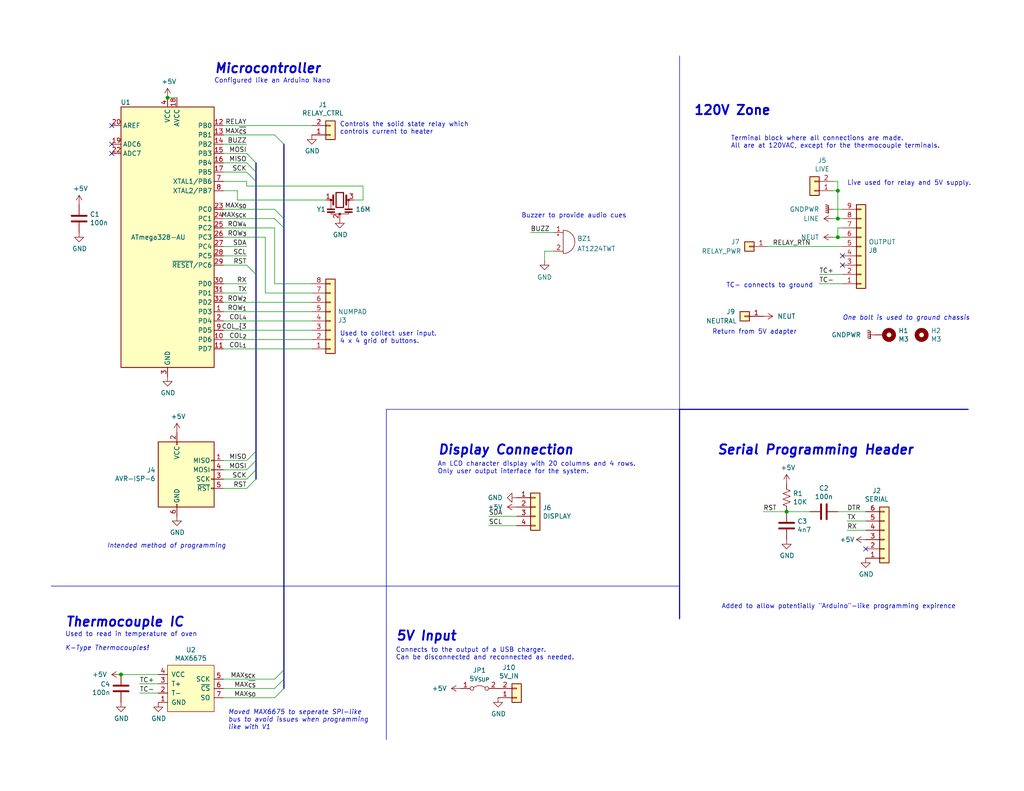
<source format=kicad_sch>
(kicad_sch (version 20230121) (generator eeschema)
  (paper "USLetter")
  (title_block (title "Oven") (date "2022-03-16") (rev "2") (company "HPVDT") (comment 1 "Uses a K-Type thermocouple") (comment 3 "Intended to control a heater to achieve a two step curing process") (comment 4 "General purpose oven board"))
  (lib_symbols
    (symbol "Connector:AVR-ISP-6" (pin_names (offset 1.016))
      (property "Reference" "J" (at -6.35 11.43 0))
      (property "Value" "AVR-ISP-6" (at 0 11.43 0))
      (symbol "AVR-ISP-6_0_1"
        (rectangle (start -2.667 -6.858) (end -2.413 -7.62))
        (rectangle (start -2.667 10.16) (end -2.413 9.398))
        (rectangle (start 7.62 -2.413) (end 6.858 -2.667))
        (rectangle (start 7.62 0.127) (end 6.858 -0.127))
        (rectangle (start 7.62 2.667) (end 6.858 2.413))
        (rectangle (start 7.62 5.207) (end 6.858 4.953))
        (rectangle (start 7.62 10.16) (end -7.62 -7.62) (stroke (width 0.254)) (fill (type background)))
      )
      (symbol "AVR-ISP-6_1_1"
        (pin passive line (at 10.16 5.08 180) (length 2.54) (name "MISO") (number "1"))
        (pin passive line (at -2.54 12.7 270) (length 2.54) (name "VCC") (number "2"))
        (pin passive line (at 10.16 0 180) (length 2.54) (name "SCK") (number "3"))
        (pin passive line (at 10.16 2.54 180) (length 2.54) (name "MOSI") (number "4"))
        (pin passive line (at 10.16 -2.54 180) (length 2.54) (name "~{RST}") (number "5"))
        (pin passive line (at -2.54 -10.16 90) (length 2.54) (name "GND") (number "6"))
      )
    )
    (symbol "Connector_Generic:Conn_01x01" (pin_names (offset 1.016) hide)
      (property "Reference" "J" (at 0 2.54 0))
      (property "Value" "Conn_01x01" (at 0 -2.54 0))
      (symbol "Conn_01x01_1_1"
        (rectangle (start -1.27 0.127) (end 0 -0.127) (stroke (width 0.1524)))
        (rectangle (start -1.27 1.27) (end 1.27 -1.27) (stroke (width 0.254)) (fill (type background)))
        (pin passive line (at -5.08 0 0) (length 3.81) (name "Pin_1") (number "1"))
      )
    )
    (symbol "Connector_Generic:Conn_01x02" (pin_names (offset 1.016) hide)
      (property "Reference" "J" (at 0 2.54 0))
      (property "Value" "Conn_01x02" (at 0 -5.08 0))
      (symbol "Conn_01x02_1_1"
        (rectangle (start -1.27 -2.413) (end 0 -2.667) (stroke (width 0.1524)))
        (rectangle (start -1.27 0.127) (end 0 -0.127) (stroke (width 0.1524)))
        (rectangle (start -1.27 1.27) (end 1.27 -3.81) (stroke (width 0.254)) (fill (type background)))
        (pin passive line (at -5.08 0 0) (length 3.81) (name "Pin_1") (number "1"))
        (pin passive line (at -5.08 -2.54 0) (length 3.81) (name "Pin_2") (number "2"))
      )
    )
    (symbol "Connector_Generic:Conn_01x04" (pin_names (offset 1.016) hide)
      (property "Reference" "J" (at 0 5.08 0))
      (property "Value" "Conn_01x04" (at 0 -7.62 0))
      (symbol "Conn_01x04_1_1"
        (rectangle (start -1.27 -4.953) (end 0 -5.207) (stroke (width 0.1524)))
        (rectangle (start -1.27 -2.413) (end 0 -2.667) (stroke (width 0.1524)))
        (rectangle (start -1.27 0.127) (end 0 -0.127) (stroke (width 0.1524)))
        (rectangle (start -1.27 2.667) (end 0 2.413) (stroke (width 0.1524)))
        (rectangle (start -1.27 3.81) (end 1.27 -6.35) (stroke (width 0.254)) (fill (type background)))
        (pin passive line (at -5.08 2.54 0) (length 3.81) (name "Pin_1") (number "1"))
        (pin passive line (at -5.08 0 0) (length 3.81) (name "Pin_2") (number "2"))
        (pin passive line (at -5.08 -2.54 0) (length 3.81) (name "Pin_3") (number "3"))
        (pin passive line (at -5.08 -5.08 0) (length 3.81) (name "Pin_4") (number "4"))
      )
    )
    (symbol "Connector_Generic:Conn_01x06" (pin_names (offset 1.016) hide)
      (property "Reference" "J" (at 0 7.62 0))
      (property "Value" "Conn_01x06" (at 0 -10.16 0))
      (symbol "Conn_01x06_1_1"
        (rectangle (start -1.27 -7.493) (end 0 -7.747) (stroke (width 0.1524)))
        (rectangle (start -1.27 -4.953) (end 0 -5.207) (stroke (width 0.1524)))
        (rectangle (start -1.27 -2.413) (end 0 -2.667) (stroke (width 0.1524)))
        (rectangle (start -1.27 0.127) (end 0 -0.127) (stroke (width 0.1524)))
        (rectangle (start -1.27 2.667) (end 0 2.413) (stroke (width 0.1524)))
        (rectangle (start -1.27 5.207) (end 0 4.953) (stroke (width 0.1524)))
        (rectangle (start -1.27 6.35) (end 1.27 -8.89) (stroke (width 0.254)) (fill (type background)))
        (pin passive line (at -5.08 5.08 0) (length 3.81) (name "Pin_1") (number "1"))
        (pin passive line (at -5.08 2.54 0) (length 3.81) (name "Pin_2") (number "2"))
        (pin passive line (at -5.08 0 0) (length 3.81) (name "Pin_3") (number "3"))
        (pin passive line (at -5.08 -2.54 0) (length 3.81) (name "Pin_4") (number "4"))
        (pin passive line (at -5.08 -5.08 0) (length 3.81) (name "Pin_5") (number "5"))
        (pin passive line (at -5.08 -7.62 0) (length 3.81) (name "Pin_6") (number "6"))
      )
    )
    (symbol "Connector_Generic:Conn_01x08" (pin_names (offset 1.016) hide)
      (property "Reference" "J" (at 0 10.16 0))
      (property "Value" "Conn_01x08" (at 0 -12.7 0))
      (symbol "Conn_01x08_1_1"
        (rectangle (start -1.27 -10.033) (end 0 -10.287) (stroke (width 0.1524)))
        (rectangle (start -1.27 -7.493) (end 0 -7.747) (stroke (width 0.1524)))
        (rectangle (start -1.27 -4.953) (end 0 -5.207) (stroke (width 0.1524)))
        (rectangle (start -1.27 -2.413) (end 0 -2.667) (stroke (width 0.1524)))
        (rectangle (start -1.27 0.127) (end 0 -0.127) (stroke (width 0.1524)))
        (rectangle (start -1.27 2.667) (end 0 2.413) (stroke (width 0.1524)))
        (rectangle (start -1.27 5.207) (end 0 4.953) (stroke (width 0.1524)))
        (rectangle (start -1.27 7.747) (end 0 7.493) (stroke (width 0.1524)))
        (rectangle (start -1.27 8.89) (end 1.27 -11.43) (stroke (width 0.254)) (fill (type background)))
        (pin passive line (at -5.08 7.62 0) (length 3.81) (name "Pin_1") (number "1"))
        (pin passive line (at -5.08 5.08 0) (length 3.81) (name "Pin_2") (number "2"))
        (pin passive line (at -5.08 2.54 0) (length 3.81) (name "Pin_3") (number "3"))
        (pin passive line (at -5.08 0 0) (length 3.81) (name "Pin_4") (number "4"))
        (pin passive line (at -5.08 -2.54 0) (length 3.81) (name "Pin_5") (number "5"))
        (pin passive line (at -5.08 -5.08 0) (length 3.81) (name "Pin_6") (number "6"))
        (pin passive line (at -5.08 -7.62 0) (length 3.81) (name "Pin_7") (number "7"))
        (pin passive line (at -5.08 -10.16 0) (length 3.81) (name "Pin_8") (number "8"))
      )
    )
    (symbol "Connector_Generic:Conn_01x09" (pin_names (offset 1.016) hide)
      (property "Reference" "J" (at 0 12.7 0))
      (property "Value" "Conn_01x09" (at 0 -12.7 0))
      (symbol "Conn_01x09_1_1"
        (rectangle (start -1.27 -10.033) (end 0 -10.287) (stroke (width 0.1524)))
        (rectangle (start -1.27 -7.493) (end 0 -7.747) (stroke (width 0.1524)))
        (rectangle (start -1.27 -4.953) (end 0 -5.207) (stroke (width 0.1524)))
        (rectangle (start -1.27 -2.413) (end 0 -2.667) (stroke (width 0.1524)))
        (rectangle (start -1.27 0.127) (end 0 -0.127) (stroke (width 0.1524)))
        (rectangle (start -1.27 2.667) (end 0 2.413) (stroke (width 0.1524)))
        (rectangle (start -1.27 5.207) (end 0 4.953) (stroke (width 0.1524)))
        (rectangle (start -1.27 7.747) (end 0 7.493) (stroke (width 0.1524)))
        (rectangle (start -1.27 10.287) (end 0 10.033) (stroke (width 0.1524)))
        (rectangle (start -1.27 11.43) (end 1.27 -11.43) (stroke (width 0.254)) (fill (type background)))
        (pin passive line (at -5.08 10.16 0) (length 3.81) (name "Pin_1") (number "1"))
        (pin passive line (at -5.08 7.62 0) (length 3.81) (name "Pin_2") (number "2"))
        (pin passive line (at -5.08 5.08 0) (length 3.81) (name "Pin_3") (number "3"))
        (pin passive line (at -5.08 2.54 0) (length 3.81) (name "Pin_4") (number "4"))
        (pin passive line (at -5.08 0 0) (length 3.81) (name "Pin_5") (number "5"))
        (pin passive line (at -5.08 -2.54 0) (length 3.81) (name "Pin_6") (number "6"))
        (pin passive line (at -5.08 -5.08 0) (length 3.81) (name "Pin_7") (number "7"))
        (pin passive line (at -5.08 -7.62 0) (length 3.81) (name "Pin_8") (number "8"))
        (pin passive line (at -5.08 -10.16 0) (length 3.81) (name "Pin_9") (number "9"))
      )
    )
    (symbol "Device:Buzzer" (pin_names (offset 0.0254) hide)
      (property "Reference" "BZ" (at 3.81 1.27 0))
      (property "Value" "Buzzer" (at 3.81 -1.27 0))
      (symbol "Buzzer_0_1"
        (arc (start 0 -3.175) (mid 3.1612 0) (end 0 3.175))
        (polyline (pts (xy -1.651 1.905) (xy -1.143 1.905)))
        (polyline (pts (xy -1.397 2.159) (xy -1.397 1.651)))
        (polyline (pts (xy 0 3.175) (xy 0 -3.175)))
      )
      (symbol "Buzzer_1_1"
        (pin passive line (at -2.54 2.54 0) (length 2.54) (name "-") (number "1"))
        (pin passive line (at -2.54 -2.54 0) (length 2.54) (name "+") (number "2"))
      )
    )
    (symbol "Device:C" (pin_numbers hide) (pin_names (offset 0.254))
      (property "Reference" "C" (at 0.635 2.54 0))
      (property "Value" "C" (at 0.635 -2.54 0))
      (symbol "C_0_1"
        (polyline (pts (xy -2.032 -0.762) (xy 2.032 -0.762)) (stroke (width 0.508)))
        (polyline (pts (xy -2.032 0.762) (xy 2.032 0.762)) (stroke (width 0.508)))
      )
      (symbol "C_1_1"
        (pin passive line (at 0 3.81 270) (length 2.794) (name "~") (number "1"))
        (pin passive line (at 0 -3.81 90) (length 2.794) (name "~") (number "2"))
      )
    )
    (symbol "Device:R_US" (pin_numbers hide) (pin_names (offset 0))
      (property "Reference" "R" (at 2.54 0 90))
      (property "Value" "R_US" (at -2.54 0 90))
      (symbol "R_US_0_1"
        (polyline (pts (xy 0 -2.286) (xy 0 -2.54)))
        (polyline (pts (xy 0 2.286) (xy 0 2.54)))
        (polyline (pts (xy 0 -0.762) (xy 1.016 -1.143) (xy 0 -1.524) (xy -1.016 -1.905) (xy 0 -2.286)))
        (polyline (pts (xy 0 0.762) (xy 1.016 0.381) (xy 0 0) (xy -1.016 -0.381) (xy 0 -0.762)))
        (polyline (pts (xy 0 2.286) (xy 1.016 1.905) (xy 0 1.524) (xy -1.016 1.143) (xy 0 0.762)))
      )
      (symbol "R_US_1_1"
        (pin passive line (at 0 3.81 270) (length 1.27) (name "~") (number "1"))
        (pin passive line (at 0 -3.81 90) (length 1.27) (name "~") (number "2"))
      )
    )
    (symbol "Device:Resonator" (pin_names (offset 1.016) hide)
      (property "Reference" "Y" (at 0 5.715 0))
      (property "Value" "Resonator" (at 0 3.81 0))
      (symbol "Resonator_0_1"
        (rectangle (start -3.429 -3.175) (end -1.397 -3.429) (fill (type outline)))
        (rectangle (start -3.429 -2.413) (end -1.397 -2.667) (fill (type outline)))
        (circle (center -2.413 0) (radius 0.254) (fill (type outline)))
        (rectangle (start -1.016 2.032) (end 1.016 -2.032) (stroke (width 0.3048)))
        (circle (center 0 -3.81) (radius 0.254) (fill (type outline)))
        (polyline (pts (xy -2.413 -2.413) (xy -2.413 0)))
        (polyline (pts (xy -1.905 0) (xy -3.175 0)))
        (polyline (pts (xy -1.778 -1.27) (xy -1.778 1.27)) (stroke (width 0.508)))
        (polyline (pts (xy 1.778 -1.27) (xy 1.778 1.27)) (stroke (width 0.508)))
        (polyline (pts (xy 1.905 0) (xy 2.54 0)))
        (polyline (pts (xy 2.413 0) (xy 2.413 -2.54)))
        (polyline (pts (xy 2.413 -3.302) (xy 2.413 -3.81) (xy -2.413 -3.81) (xy -2.413 -3.302)))
        (rectangle (start 1.397 -3.175) (end 3.429 -3.429) (fill (type outline)))
        (rectangle (start 1.397 -2.413) (end 3.429 -2.667) (fill (type outline)))
        (circle (center 2.413 0) (radius 0.254) (fill (type outline)))
      )
      (symbol "Resonator_1_1"
        (pin passive line (at -3.81 0 0) (length 1.27) (name "1") (number "1"))
        (pin passive line (at 0 -5.08 90) (length 1.27) (name "2") (number "2"))
        (pin passive line (at 3.81 0 180) (length 1.27) (name "3") (number "3"))
      )
    )
    (symbol "Jumper:Jumper_2_Bridged" (pin_names (offset 0) hide)
      (property "Reference" "JP" (at 0 1.905 0))
      (property "Value" "Jumper_2_Bridged" (at 0 -2.54 0))
      (symbol "Jumper_2_Bridged_0_0"
        (circle (center -2.032 0) (radius 0.508))
        (circle (center 2.032 0) (radius 0.508))
      )
      (symbol "Jumper_2_Bridged_0_1"
        (arc (start 1.524 0.254) (mid 0 0.762) (end -1.524 0.254))
      )
      (symbol "Jumper_2_Bridged_1_1"
        (pin passive line (at -5.08 0 0) (length 2.54) (name "A") (number "1"))
        (pin passive line (at 5.08 0 180) (length 2.54) (name "B") (number "2"))
      )
    )
    (symbol "MCU_Microchip_ATmega:ATmega328-AU"
      (property "Reference" "U" (at -12.7 36.83 0))
      (property "Value" "MCU_Microchip_ATmega_ATmega328-AU" (at 2.54 -36.83 0))
      (symbol "ATmega328-AU_0_1"
        (rectangle (start -12.7 -35.56) (end 12.7 35.56) (stroke (width 0.254)) (fill (type background)))
      )
      (symbol "ATmega328-AU_1_1"
        (pin bidirectional line (at 15.24 -20.32 180) (length 2.54) (name "PD3") (number "1"))
        (pin bidirectional line (at 15.24 -27.94 180) (length 2.54) (name "PD6") (number "10"))
        (pin bidirectional line (at 15.24 -30.48 180) (length 2.54) (name "PD7") (number "11"))
        (pin bidirectional line (at 15.24 30.48 180) (length 2.54) (name "PB0") (number "12"))
        (pin bidirectional line (at 15.24 27.94 180) (length 2.54) (name "PB1") (number "13"))
        (pin bidirectional line (at 15.24 25.4 180) (length 2.54) (name "PB2") (number "14"))
        (pin bidirectional line (at 15.24 22.86 180) (length 2.54) (name "PB3") (number "15"))
        (pin bidirectional line (at 15.24 20.32 180) (length 2.54) (name "PB4") (number "16"))
        (pin bidirectional line (at 15.24 17.78 180) (length 2.54) (name "PB5") (number "17"))
        (pin power_in line (at 2.54 38.1 270) (length 2.54) (name "AVCC") (number "18"))
        (pin input line (at -15.24 25.4 0) (length 2.54) (name "ADC6") (number "19"))
        (pin bidirectional line (at 15.24 -22.86 180) (length 2.54) (name "PD4") (number "2"))
        (pin passive line (at -15.24 30.48 0) (length 2.54) (name "AREF") (number "20"))
        (pin passive line (at 0 -38.1 90) (length 2.54) hide (name "GND") (number "21"))
        (pin input line (at -15.24 22.86 0) (length 2.54) (name "ADC7") (number "22"))
        (pin bidirectional line (at 15.24 7.62 180) (length 2.54) (name "PC0") (number "23"))
        (pin bidirectional line (at 15.24 5.08 180) (length 2.54) (name "PC1") (number "24"))
        (pin bidirectional line (at 15.24 2.54 180) (length 2.54) (name "PC2") (number "25"))
        (pin bidirectional line (at 15.24 0 180) (length 2.54) (name "PC3") (number "26"))
        (pin bidirectional line (at 15.24 -2.54 180) (length 2.54) (name "PC4") (number "27"))
        (pin bidirectional line (at 15.24 -5.08 180) (length 2.54) (name "PC5") (number "28"))
        (pin bidirectional line (at 15.24 -7.62 180) (length 2.54) (name "~{RESET}/PC6") (number "29"))
        (pin power_in line (at 0 -38.1 90) (length 2.54) (name "GND") (number "3"))
        (pin bidirectional line (at 15.24 -12.7 180) (length 2.54) (name "PD0") (number "30"))
        (pin bidirectional line (at 15.24 -15.24 180) (length 2.54) (name "PD1") (number "31"))
        (pin bidirectional line (at 15.24 -17.78 180) (length 2.54) (name "PD2") (number "32"))
        (pin power_in line (at 0 38.1 270) (length 2.54) (name "VCC") (number "4"))
        (pin passive line (at 0 -38.1 90) (length 2.54) hide (name "GND") (number "5"))
        (pin passive line (at 0 38.1 270) (length 2.54) hide (name "VCC") (number "6"))
        (pin bidirectional line (at 15.24 15.24 180) (length 2.54) (name "XTAL1/PB6") (number "7"))
        (pin bidirectional line (at 15.24 12.7 180) (length 2.54) (name "XTAL2/PB7") (number "8"))
        (pin bidirectional line (at 15.24 -25.4 180) (length 2.54) (name "PD5") (number "9"))
      )
    )
    (symbol "Mechanical:MountingHole" (pin_names (offset 1.016))
      (property "Reference" "H" (at 0 5.08 0))
      (property "Value" "MountingHole" (at 0 3.175 0))
      (symbol "MountingHole_0_1"
        (circle (center 0 0) (radius 1.27) (stroke (width 1.27)))
      )
    )
    (symbol "Mechanical:MountingHole_Pad" (pin_numbers hide) (pin_names (offset 1.016) hide)
      (property "Reference" "H" (at 0 6.35 0))
      (property "Value" "MountingHole_Pad" (at 0 4.445 0))
      (symbol "MountingHole_Pad_0_1"
        (circle (center 0 1.27) (radius 1.27) (stroke (width 1.27)))
      )
      (symbol "MountingHole_Pad_1_1"
        (pin input line (at 0 -2.54 90) (length 2.54) (name "1") (number "1"))
      )
    )
    (symbol "oven:MAX6675" (pin_names (offset 1.016))
      (property "Reference" "U" (at 0 10.16 0))
      (property "Value" "MAX6675" (at 0 7.62 0))
      (symbol "MAX6675_0_1"
        (rectangle (start -6.35 6.35) (end 6.35 -6.35) (fill (type background)))
      )
      (symbol "MAX6675_1_1"
        (pin power_in line (at -8.89 -3.81 0) (length 2.54) (name "GND") (number "1"))
        (pin input line (at -8.89 -1.27 0) (length 2.54) (name "T-") (number "2"))
        (pin input line (at -8.89 1.27 0) (length 2.54) (name "T+") (number "3"))
        (pin power_in line (at -8.89 3.81 0) (length 2.54) (name "VCC") (number "4"))
        (pin input line (at 8.89 2.54 180) (length 2.54) (name "SCK") (number "5"))
        (pin input line (at 8.89 0 180) (length 2.54) (name "~{CS}") (number "6"))
        (pin output line (at 8.89 -2.54 180) (length 2.54) (name "SO") (number "7"))
        (pin no_connect line (at 8.89 -5.08 180) (length 2.54) hide (name "NC") (number "8"))
      )
    )
    (symbol "power:+5V" (power) (pin_names (offset 0))
      (property "Value" "+5V" (at 0 3.556 0))
      (symbol "+5V_0_1"
        (polyline (pts (xy -0.762 1.27) (xy 0 2.54)))
        (polyline (pts (xy 0 0) (xy 0 2.54)))
        (polyline (pts (xy 0 2.54) (xy 0.762 1.27)))
      )
      (symbol "+5V_1_1"
        (pin power_in line (at 0 0 90) (length 0) hide (name "+5V") (number "1"))
      )
    )
    (symbol "power:GND" (power) (pin_names (offset 0))
      (property "Value" "GND" (at 0 -3.81 0))
      (symbol "GND_0_1"
        (polyline (pts (xy 0 0) (xy 0 -1.27) (xy 1.27 -1.27) (xy 0 -2.54) (xy -1.27 -1.27) (xy 0 -1.27)))
      )
      (symbol "GND_1_1"
        (pin power_in line (at 0 0 270) (length 0) hide (name "GND") (number "1"))
      )
    )
    (symbol "power:GNDPWR" (power) (pin_names (offset 0))
      (property "Value" "GNDPWR" (at 0 -3.302 0))
      (symbol "GNDPWR_0_1"
        (polyline (pts (xy 0 -1.27) (xy 0 0)))
        (polyline (pts (xy -1.016 -1.27) (xy -1.27 -2.032) (xy -1.27 -2.032)) (stroke (width 0.2032)))
        (polyline (pts (xy -0.508 -1.27) (xy -0.762 -2.032) (xy -0.762 -2.032)) (stroke (width 0.2032)))
        (polyline (pts (xy 0 -1.27) (xy -0.254 -2.032) (xy -0.254 -2.032)) (stroke (width 0.2032)))
        (polyline (pts (xy 0.508 -1.27) (xy 0.254 -2.032) (xy 0.254 -2.032)) (stroke (width 0.2032)))
        (polyline (pts (xy 1.016 -1.27) (xy -1.016 -1.27) (xy -1.016 -1.27)) (stroke (width 0.2032)))
        (polyline (pts (xy 1.016 -1.27) (xy 0.762 -2.032) (xy 0.762 -2.032) (xy 0.762 -2.032)) (stroke (width 0.2032)))
      )
      (symbol "GNDPWR_1_1"
        (pin power_in line (at 0 0 270) (length 0) hide (name "GNDPWR") (number "1"))
      )
    )
    (symbol "power:LINE" (power) (pin_names (offset 0))
      (property "Value" "LINE" (at 0 3.81 0))
      (symbol "LINE_0_1"
        (polyline (pts (xy -0.762 1.27) (xy 0 2.54)))
        (polyline (pts (xy 0 0) (xy 0 2.54)))
        (polyline (pts (xy 0 2.54) (xy 0.762 1.27)))
      )
      (symbol "LINE_1_1"
        (pin power_in line (at 0 0 90) (length 0) hide (name "LINE") (number "1"))
      )
    )
    (symbol "power:NEUT" (power) (pin_names (offset 0))
      (property "Value" "NEUT" (at 0 3.81 0))
      (symbol "NEUT_0_1"
        (polyline (pts (xy -0.762 1.27) (xy 0 2.54)))
        (polyline (pts (xy 0 0) (xy 0 2.54)))
        (polyline (pts (xy 0 2.54) (xy 0.762 1.27)))
      )
      (symbol "NEUT_1_1"
        (pin power_in line (at 0 0 90) (length 0) hide (name "NEUT") (number "1"))
      )
    )
  )
  (junction (at 228.6 59.69))
  (junction (at 214.63 139.7))
  (junction (at 228.6 52.07))
  (junction (at 33.02 184.15))
  (junction (at 45.72 26.67))
  (junction (at 228.6 64.77))
  (no_connect (at 236.22 149.86))
  (no_connect (at 30.48 34.29))
  (no_connect (at 229.87 69.85))
  (no_connect (at 30.48 41.91))
  (no_connect (at 30.48 39.37))
  (no_connect (at 229.87 72.39))
  (bus_entry (at 67.31 72.39) (size 2.54 2.54))
  (bus_entry (at 67.31 130.81) (size 2.54 -2.54))
  (bus_entry (at 67.31 41.91) (size 2.54 2.54))
  (bus_entry (at 67.31 128.27) (size 2.54 -2.54))
  (bus_entry (at 74.93 190.5) (size 2.54 -2.54))
  (bus_entry (at 74.93 57.15) (size 2.54 2.54))
  (bus_entry (at 74.93 36.83) (size 2.54 2.54))
  (bus_entry (at 74.93 59.69) (size 2.54 2.54))
  (bus_entry (at 67.31 44.45) (size 2.54 2.54))
  (bus_entry (at 67.31 133.35) (size 2.54 -2.54))
  (bus_entry (at 74.93 185.42) (size 2.54 -2.54))
  (bus_entry (at 67.31 125.73) (size 2.54 -2.54))
  (bus_entry (at 74.93 187.96) (size 2.54 -2.54))
  (bus_entry (at 67.31 46.99) (size 2.54 2.54))
  (polyline (pts (xy 105.41 201.93) (xy 105.41 111.76)))
  (wire (pts (xy 99.06 50.8) (xy 99.06 54.61)))
  (wire (pts (xy 231.14 142.24) (xy 236.22 142.24)))
  (wire (pts (xy 67.31 125.73) (xy 60.96 125.73)))
  (wire (pts (xy 228.6 59.69) (xy 229.87 59.69)))
  (wire (pts (xy 60.96 85.09) (xy 85.09 85.09)))
  (wire (pts (xy 60.96 49.53) (xy 67.31 49.53)))
  (bus (pts (xy 69.85 128.27) (xy 69.85 130.81)))
  (wire (pts (xy 60.96 64.77) (xy 72.39 64.77)))
  (wire (pts (xy 60.96 92.71) (xy 85.09 92.71)))
  (bus (pts (xy 69.85 74.93) (xy 69.85 123.19)))
  (wire (pts (xy 151.13 68.58) (xy 148.59 68.58)))
  (wire (pts (xy 228.6 64.77) (xy 229.87 64.77)))
  (wire (pts (xy 229.87 77.47) (xy 223.52 77.47)))
  (polyline (pts (xy 105.41 111.76) (xy 185.42 111.76)))
  (wire (pts (xy 228.6 62.23) (xy 229.87 62.23)))
  (wire (pts (xy 214.63 139.7) (xy 208.28 139.7)))
  (wire (pts (xy 74.93 62.23) (xy 60.96 62.23)))
  (wire (pts (xy 227.33 57.15) (xy 229.87 57.15)))
  (wire (pts (xy 74.93 77.47) (xy 85.09 77.47)))
  (wire (pts (xy 67.31 46.99) (xy 60.96 46.99)))
  (wire (pts (xy 228.6 59.69) (xy 228.6 52.07)))
  (wire (pts (xy 60.96 90.17) (xy 85.09 90.17)))
  (polyline (pts (xy 185.42 168.91) (xy 185.42 111.76)) (stroke (width 0.3048)))
  (wire (pts (xy 67.31 41.91) (xy 60.96 41.91)))
  (bus (pts (xy 69.85 49.53) (xy 69.85 74.93)))
  (wire (pts (xy 60.96 52.07) (xy 64.77 52.07)))
  (wire (pts (xy 38.1 189.23) (xy 43.18 189.23)))
  (bus (pts (xy 77.47 182.88) (xy 77.47 185.42)))
  (wire (pts (xy 64.77 52.07) (xy 64.77 54.61)))
  (wire (pts (xy 72.39 64.77) (xy 72.39 80.01)))
  (wire (pts (xy 60.96 39.37) (xy 67.31 39.37)))
  (wire (pts (xy 228.6 62.23) (xy 228.6 64.77)))
  (wire (pts (xy 144.78 63.5) (xy 151.13 63.5)))
  (bus (pts (xy 77.47 62.23) (xy 77.47 182.88)))
  (wire (pts (xy 60.96 82.55) (xy 85.09 82.55)))
  (bus (pts (xy 77.47 59.69) (xy 77.47 62.23)))
  (wire (pts (xy 67.31 44.45) (xy 60.96 44.45)))
  (wire (pts (xy 227.33 52.07) (xy 228.6 52.07)))
  (polyline (pts (xy 13.97 160.02) (xy 185.42 160.02)))
  (wire (pts (xy 229.87 74.93) (xy 223.52 74.93)))
  (wire (pts (xy 209.55 67.31) (xy 229.87 67.31)))
  (wire (pts (xy 67.31 130.81) (xy 60.96 130.81)))
  (wire (pts (xy 99.06 54.61) (xy 96.52 54.61)))
  (wire (pts (xy 228.6 139.7) (xy 236.22 139.7)))
  (bus (pts (xy 69.85 46.99) (xy 69.85 49.53)))
  (wire (pts (xy 231.14 144.78) (xy 236.22 144.78)))
  (wire (pts (xy 67.31 49.53) (xy 67.31 50.8)))
  (wire (pts (xy 220.98 139.7) (xy 214.63 139.7)))
  (wire (pts (xy 67.31 80.01) (xy 60.96 80.01)))
  (bus (pts (xy 77.47 185.42) (xy 77.47 187.96)))
  (wire (pts (xy 33.02 184.15) (xy 43.18 184.15)))
  (bus (pts (xy 69.85 123.19) (xy 69.85 125.73)))
  (bus (pts (xy 77.47 39.37) (xy 77.47 59.69)))
  (wire (pts (xy 133.35 143.51) (xy 140.97 143.51)))
  (bus (pts (xy 69.85 44.45) (xy 69.85 46.99)))
  (wire (pts (xy 67.31 69.85) (xy 60.96 69.85)))
  (wire (pts (xy 60.96 87.63) (xy 85.09 87.63)))
  (wire (pts (xy 227.33 64.77) (xy 228.6 64.77)))
  (wire (pts (xy 60.96 34.29) (xy 85.09 34.29)))
  (bus (pts (xy 69.85 125.73) (xy 69.85 128.27)))
  (wire (pts (xy 60.96 59.69) (xy 74.93 59.69)))
  (wire (pts (xy 74.93 62.23) (xy 74.93 77.47)))
  (wire (pts (xy 67.31 72.39) (xy 60.96 72.39)))
  (wire (pts (xy 67.31 50.8) (xy 99.06 50.8)))
  (wire (pts (xy 60.96 36.83) (xy 74.93 36.83)))
  (wire (pts (xy 227.33 59.69) (xy 228.6 59.69)))
  (polyline (pts (xy 185.42 111.76) (xy 264.16 111.76)) (stroke (width 0.3048)))
  (wire (pts (xy 148.59 68.58) (xy 148.59 71.12)))
  (wire (pts (xy 67.31 77.47) (xy 60.96 77.47)))
  (wire (pts (xy 60.96 190.5) (xy 74.93 190.5)))
  (wire (pts (xy 45.72 26.67) (xy 48.26 26.67)))
  (wire (pts (xy 228.6 52.07) (xy 228.6 49.53)))
  (wire (pts (xy 60.96 187.96) (xy 74.93 187.96)))
  (wire (pts (xy 228.6 49.53) (xy 227.33 49.53)))
  (wire (pts (xy 67.31 67.31) (xy 60.96 67.31)))
  (wire (pts (xy 60.96 185.42) (xy 74.93 185.42)))
  (wire (pts (xy 67.31 128.27) (xy 60.96 128.27)))
  (polyline (pts (xy 185.42 111.76) (xy 185.42 15.24)))
  (wire (pts (xy 67.31 133.35) (xy 60.96 133.35)))
  (wire (pts (xy 60.96 57.15) (xy 74.93 57.15)))
  (wire (pts (xy 64.77 54.61) (xy 88.9 54.61)))
  (wire (pts (xy 38.1 186.69) (xy 43.18 186.69)))
  (wire (pts (xy 72.39 80.01) (xy 85.09 80.01)))
  (wire (pts (xy 133.35 140.97) (xy 140.97 140.97)))
  (wire (pts (xy 60.96 95.25) (xy 85.09 95.25)))
  (text "Moved MAX6675 to seperate SPI-like\nbus to avoid issues when programming\nlike with V1" (at 62.23 199.39 0) (effects (font (size 1.27 1.27) italic) (justify left bottom)))
  (text "One bolt is used to ground chassis" (at 229.87 87.63 0) (effects (font (size 1.27 1.27) italic) (justify left bottom)))
  (text "Live used for relay and 5V supply." (at 231.14 50.8 0) (effects (font (size 1.27 1.27)) (justify left bottom)))
  (text "Used to read in temperature of oven" (at 17.78 173.99 0) (effects (font (size 1.27 1.27)) (justify left bottom)))
  (text "120V Zone" (at 189.23 31.75 0) (effects (font (size 2.54 2.54) (thickness 0.508) bold) (justify left bottom)))
  (text "Controls the solid state relay which \ncontrols current to heater" (at 92.71 36.83 0) (effects (font (size 1.27 1.27)) (justify left bottom)))
  (text "Microcontroller" (at 58.42 20.32 0) (effects (font (size 2.54 2.54) (thickness 0.508) bold italic) (justify left bottom)))
  (text "5V Input" (at 107.95 175.26 0) (effects (font (size 2.54 2.54) (thickness 0.508) bold italic) (justify left bottom)))
  (text "Buzzer to provide audio cues" (at 142.24 59.69 0) (effects (font (size 1.27 1.27)) (justify left bottom)))
  (text "Display Connection" (at 119.38 124.46 0) (effects (font (size 2.54 2.54) (thickness 0.508) bold italic) (justify left bottom)))
  (text "Return from 5V adapter" (at 194.31 91.44 0) (effects (font (size 1.27 1.27)) (justify left bottom)))
  (text "Connects to the output of a USB charger.\nCan be disconnected and reconnected as needed." (at 107.95 180.34 0) (effects (font (size 1.27 1.27)) (justify left bottom)))
  (text "Intended method of programming" (at 29.21 149.86 0) (effects (font (size 1.27 1.27) italic) (justify left bottom)))
  (text "An LCD character display with 20 columns and 4 rows.\nOnly user output interface for the system." (at 119.38 129.54 0) (effects (font (size 1.27 1.27)) (justify left bottom)))
  (text "Added to allow potentially \"Arduino\"-like programming expirence" (at 196.85 166.37 0) (effects (font (size 1.27 1.27)) (justify left bottom)))
  (text "TC- connects to ground" (at 198.12 78.74 0) (effects (font (size 1.27 1.27)) (justify left bottom)))
  (text "Configured like an Arduino Nano" (at 58.42 22.86 0) (effects (font (size 1.27 1.27)) (justify left bottom)))
  (text "Serial Programming Header" (at 195.58 124.46 0) (effects (font (size 2.54 2.54) (thickness 0.508) bold italic) (justify left bottom)))
  (text "Thermocouple IC" (at 17.78 171.45 0) (effects (font (size 2.54 2.54) (thickness 0.508) bold italic) (justify left bottom)))
  (text "K-Type Thermocouples!" (at 17.78 177.8 0) (effects (font (size 1.27 1.27) italic) (justify left bottom)))
  (text "Terminal block where all connections are made.\nAll are at 120VAC, except for the thermocouple terminals." (at 199.39 40.64 0) (effects (font (size 1.27 1.27)) (justify left bottom)))
  (text "Used to collect user input.\n4 x 4 grid of buttons." (at 92.71 93.98 0) (effects (font (size 1.27 1.27)) (justify left bottom)))
  (label "COL_{1}" (at 67.31 95.25 180))
  (label "RX" (at 67.31 77.47 180))
  (label "TC-" (at 223.52 77.47 0))
  (label "COL_{4}" (at 67.31 87.63 180))
  (label "COL_{3" (at 67.31 90.17 180))
  (label "SCK" (at 67.31 46.99 180))
  (label "RELAY" (at 67.31 34.29 180))
  (label "MAX_{SCK}" (at 69.85 185.42 180))
  (label "MAX_{~{CS}}" (at 69.85 187.96 180))
  (label "DTR" (at 231.14 139.7 0))
  (label "RELAY_RTN" (at 210.82 67.31 0))
  (label "ROW_{1}" (at 67.31 85.09 180))
  (label "TX" (at 67.31 80.01 180))
  (label "RST" (at 67.31 133.35 180))
  (label "MAX_{SCK}" (at 67.31 59.69 180))
  (label "SCK" (at 67.31 130.81 180))
  (label "MAX_{SO}" (at 67.31 57.15 180))
  (label "TC+" (at 38.1 186.69 0))
  (label "SDA" (at 133.35 140.97 0))
  (label "MOSI" (at 67.31 41.91 180))
  (label "MISO" (at 67.31 44.45 180))
  (label "BUZZ" (at 144.78 63.5 0))
  (label "MAX_{~{CS}}" (at 67.31 36.83 180))
  (label "BUZZ" (at 67.31 39.37 180))
  (label "TC+" (at 223.52 74.93 0))
  (label "RST" (at 208.28 139.7 0))
  (label "ROW_{2}" (at 67.31 82.55 180))
  (label "RST" (at 67.31 72.39 180))
  (label "TC-" (at 38.1 189.23 0))
  (label "TX" (at 231.14 142.24 0))
  (label "COL_{2}" (at 67.31 92.71 180))
  (label "RX" (at 231.14 144.78 0))
  (label "SDA" (at 67.31 67.31 180))
  (label "MAX_{SO}" (at 69.85 190.5 180))
  (label "ROW_{3}" (at 67.31 64.77 180))
  (label "ROW_{4}" (at 67.31 62.23 180))
  (label "MOSI" (at 67.31 128.27 180))
  (label "MISO" (at 67.31 125.73 180))
  (label "SCL" (at 133.35 143.51 0))
  (label "SCL" (at 67.31 69.85 180))
  (symbol (lib_id "MCU_Microchip_ATmega:ATmega328-AU") (at 45.72 64.77 0) (unit 1)
    (property "Reference" "U1" (at 34.29 27.94 0))
    (property "Value" "ATmega328-AU" (at 43.18 64.77 0))
    (property "Footprint" "Package_QFP:TQFP-32_7x7mm_P0.8mm" (effects hide))
    (property "Datasheet" "http://ww1.microchip.com/downloads/en/DeviceDoc/ATmega328_P%20AVR%20MCU%20with%20picoPower%20Technology%20Data%20Sheet%2040001984A.pdf" (effects hide))
  )
  (symbol (lib_id "Connector_Generic:Conn_01x08") (at 90.17 87.63 0) (mirror x) (unit 1)
    (property "Reference" "J3" (at 92.202 87.4268 0) (effects (justify left)))
    (property "Value" "NUMPAD" (at 92.202 85.1154 0) (effects (justify left)))
    (property "Footprint" "Connector_PinHeader_2.54mm:PinHeader_1x08_P2.54mm_Horizontal" (effects hide))
  )
  (symbol (lib_id "Connector_Generic:Conn_01x04") (at 146.05 138.43 0) (unit 1)
    (property "Reference" "J6" (at 148.082 138.6332 0) (effects (justify left)))
    (property "Value" "DISPLAY" (at 148.082 140.9446 0) (effects (justify left)))
    (property "Footprint" "Connector_PinHeader_2.54mm:PinHeader_1x04_P2.54mm_Horizontal" (effects hide))
  )
  (symbol (lib_id "Connector_Generic:Conn_01x09") (at 234.95 67.31 0) (mirror x) (unit 1)
    (property "Reference" "J8" (at 236.982 68.3768 0) (effects (justify left)))
    (property "Value" "OUTPUT" (at 236.982 66.0654 0) (effects (justify left)))
    (property "Footprint" "oven:9POS-TERMBLOCK" (effects hide))
  )
  (symbol (lib_id "Connector_Generic:Conn_01x02") (at 90.17 36.83 0) (mirror x) (unit 1)
    (property "Reference" "J1" (at 88.0872 28.575 0))
    (property "Value" "RELAY_CTRL" (at 88.0872 30.8864 0))
    (property "Footprint" "Connector_PinHeader_2.54mm:PinHeader_1x02_P2.54mm_Horizontal" (effects hide))
  )
  (symbol (lib_id "Connector_Generic:Conn_01x02") (at 222.25 52.07 180) (unit 1)
    (property "Reference" "J5" (at 224.3328 43.815 0))
    (property "Value" "LIVE" (at 224.3328 46.1264 0))
    (property "Footprint" "Connector_Wire:SolderWire-2sqmm_1x02_P7.8mm_D2mm_OD3.9mm" (effects hide))
  )
  (symbol (lib_id "Connector_Generic:Conn_01x02") (at 140.97 190.5 0) (mirror x) (unit 1)
    (property "Reference" "J10" (at 138.8872 182.245 0))
    (property "Value" "5V_IN" (at 138.8872 184.5564 0))
    (property "Footprint" "Connector_PinHeader_2.54mm:PinHeader_1x02_P2.54mm_Horizontal" (effects hide))
  )
  (symbol (lib_id "Connector_Generic:Conn_01x01") (at 204.47 67.31 0) (mirror y) (unit 1)
    (property "Reference" "J7" (at 200.66 66.04 0))
    (property "Value" "RELAY_PWR" (at 196.85 68.58 0))
    (property "Footprint" "Connector_Wire:SolderWire-2sqmm_1x01_D2mm_OD3.9mm" (effects hide))
  )
  (symbol (lib_id "Connector_Generic:Conn_01x01") (at 203.2 86.36 180) (unit 1)
    (property "Reference" "J9" (at 199.39 85.09 0))
    (property "Value" "NEUTRAL" (at 196.85 87.63 0))
    (property "Footprint" "Connector_Wire:SolderWire-2sqmm_1x01_D2mm_OD3.9mm" (effects hide))
  )
  (symbol (lib_id "power:GNDPWR") (at 227.33 57.15 270) (unit 1)
    (property "Reference" "#PWR016" (effects hide))
    (property "Value" "GNDPWR" (at 223.52 57.15 90) (effects (justify right)))
  )
  (symbol (lib_id "power:LINE") (at 227.33 59.69 90) (unit 1)
    (property "Reference" "#PWR017" (effects hide))
    (property "Value" "LINE" (at 223.52 59.69 90) (effects (justify left)))
  )
  (symbol (lib_id "power:NEUT") (at 227.33 64.77 90) (unit 1)
    (property "Reference" "#PWR018" (effects hide))
    (property "Value" "NEUT" (at 223.52 64.77 90) (effects (justify left)))
  )
  (symbol (lib_id "Connector:AVR-ISP-6") (at 50.8 130.81 0) (unit 1)
    (property "Reference" "J4" (at 42.4434 128.3716 0) (effects (justify right)))
    (property "Value" "AVR-ISP-6" (at 42.4434 130.683 0) (effects (justify right)))
    (property "Footprint" "Connector_IDC:IDC-Header_2x03_P2.54mm_Vertical" (effects hide))
    (property "Datasheet" " ~" (effects hide))
  )
  (symbol (lib_id "power:GND") (at 48.26 140.97 0) (unit 1)
    (property "Reference" "#PWR014" (effects hide))
    (property "Value" "GND" (at 48.387 145.3642 0))
  )
  (symbol (lib_id "power:+5V") (at 48.26 118.11 0) (unit 1)
    (property "Reference" "#PWR012" (effects hide))
    (property "Value" "+5V" (at 48.641 113.7158 0))
  )
  (symbol (lib_id "Mechanical:MountingHole_Pad") (at 241.3 91.44 270) (unit 1)
    (property "Reference" "H1" (at 245.11 90.2716 90) (effects (justify left)))
    (property "Value" "M3" (at 245.11 92.583 90) (effects (justify left)))
    (property "Footprint" "MountingHole:MountingHole_3.5mm_Pad_Via" (effects hide))
  )
  (symbol (lib_id "power:GNDPWR") (at 238.76 91.44 270) (unit 1)
    (property "Reference" "#PWR021" (effects hide))
    (property "Value" "GNDPWR" (at 234.95 91.44 90) (effects (justify right)))
  )
  (symbol (lib_id "Mechanical:MountingHole") (at 251.46 91.44 0) (unit 1)
    (property "Reference" "H2" (at 254 90.2716 0) (effects (justify left)))
    (property "Value" "M3" (at 254 92.583 0) (effects (justify left)))
    (property "Footprint" "MountingHole:MountingHole_3.5mm" (effects hide))
  )
  (symbol (lib_id "oven:MAX6675") (at 52.07 187.96 0) (unit 1)
    (property "Reference" "U2" (at 52.07 177.419 0))
    (property "Value" "MAX6675" (at 52.07 179.7304 0))
    (property "Footprint" "Package_SO:SO-8_5.3x6.2mm_P1.27mm" (effects hide))
    (property "Datasheet" "https://datasheets.maximintegrated.com/en/ds/MAX6675.pdf" (effects hide))
  )
  (symbol (lib_id "power:+5V") (at 125.73 187.96 90) (unit 1)
    (property "Reference" "#PWR023" (effects hide))
    (property "Value" "+5V" (at 121.92 187.96 90) (effects (justify left)))
  )
  (symbol (lib_id "power:GND") (at 85.09 36.83 0) (unit 1)
    (property "Reference" "#PWR02" (effects hide))
    (property "Value" "GND" (at 85.217 41.2242 0))
  )
  (symbol (lib_id "power:GND") (at 135.89 190.5 0) (unit 1)
    (property "Reference" "#PWR024" (effects hide))
    (property "Value" "GND" (at 136.017 194.8942 0))
  )
  (symbol (lib_id "power:GND") (at 43.18 191.77 0) (unit 1)
    (property "Reference" "#PWR026" (effects hide))
    (property "Value" "GND" (at 43.307 196.1642 0))
  )
  (symbol (lib_id "power:+5V") (at 33.02 184.15 90) (unit 1)
    (property "Reference" "#PWR022" (effects hide))
    (property "Value" "+5V" (at 29.21 184.15 90) (effects (justify left)))
  )
  (symbol (lib_id "Device:C") (at 33.02 187.96 0) (mirror x) (unit 1)
    (property "Reference" "C4" (at 30.099 186.7916 0) (effects (justify right)))
    (property "Value" "100n" (at 30.099 189.103 0) (effects (justify right)))
    (property "Footprint" "Capacitor_SMD:C_0603_1608Metric" (effects hide))
  )
  (symbol (lib_id "power:GND") (at 33.02 191.77 0) (unit 1)
    (property "Reference" "#PWR025" (effects hide))
    (property "Value" "GND" (at 33.147 196.1642 0))
  )
  (symbol (lib_id "power:GND") (at 140.97 135.89 270) (unit 1)
    (property "Reference" "#PWR013" (effects hide))
    (property "Value" "GND" (at 137.16 135.89 90) (effects (justify right)))
  )
  (symbol (lib_id "power:+5V") (at 45.72 26.67 0) (unit 1)
    (property "Reference" "#PWR01" (effects hide))
    (property "Value" "+5V" (at 46.101 22.2758 0))
  )
  (symbol (lib_id "power:GND") (at 45.72 102.87 0) (unit 1)
    (property "Reference" "#PWR011" (effects hide))
    (property "Value" "GND" (at 45.847 107.2642 0))
  )
  (symbol (lib_id "power:NEUT") (at 208.28 86.36 270) (unit 1)
    (property "Reference" "#PWR020" (effects hide))
    (property "Value" "NEUT" (at 212.09 86.36 90) (effects (justify left)))
  )
  (symbol (lib_id "Device:Resonator") (at 92.71 54.61 0) (unit 1)
    (property "Reference" "Y1" (at 87.63 57.15 0))
    (property "Value" "16M" (at 99.06 57.15 0))
    (property "Footprint" "Crystal:Resonator_SMD_muRata_CSTxExxV-3Pin_3.0x1.1mm" (effects hide))
  )
  (symbol (lib_id "power:+5V") (at 140.97 138.43 90) (unit 1)
    (property "Reference" "#PWR015" (effects hide))
    (property "Value" "+5V" (at 137.16 138.43 90) (effects (justify left)))
  )
  (symbol (lib_id "power:GND") (at 92.71 59.69 0) (unit 1)
    (property "Reference" "#PWR06" (effects hide))
    (property "Value" "GND" (at 92.837 64.0842 0))
  )
  (symbol (lib_id "Connector_Generic:Conn_01x06") (at 241.3 147.32 0) (mirror x) (unit 1)
    (property "Reference" "J2" (at 239.2172 133.985 0))
    (property "Value" "SERIAL" (at 239.2172 136.2964 0))
    (property "Footprint" "Connector_PinHeader_2.54mm:PinHeader_1x06_P2.54mm_Vertical" (effects hide))
  )
  (symbol (lib_id "Device:C") (at 224.79 139.7 270) (unit 1)
    (property "Reference" "C2" (at 224.79 133.2992 90))
    (property "Value" "100n" (at 224.79 135.6106 90))
    (property "Footprint" "Capacitor_SMD:C_0603_1608Metric" (effects hide))
  )
  (symbol (lib_id "Device:R_US") (at 214.63 135.89 0) (unit 1)
    (property "Reference" "R1" (at 216.3572 134.7216 0) (effects (justify left)))
    (property "Value" "10K" (at 216.3572 137.033 0) (effects (justify left)))
    (property "Footprint" "Resistor_SMD:R_0603_1608Metric" (effects hide))
  )
  (symbol (lib_id "power:+5V") (at 214.63 132.08 0) (unit 1)
    (property "Reference" "#PWR03" (effects hide))
    (property "Value" "+5V" (at 215.011 127.6858 0))
  )
  (symbol (lib_id "power:GND") (at 236.22 152.4 0) (unit 1)
    (property "Reference" "#PWR010" (effects hide))
    (property "Value" "GND" (at 236.347 156.7942 0))
  )
  (symbol (lib_id "power:+5V") (at 236.22 147.32 90) (unit 1)
    (property "Reference" "#PWR09" (effects hide))
    (property "Value" "+5V" (at 231.14 147.32 90))
  )
  (symbol (lib_id "Device:C") (at 214.63 143.51 180) (unit 1)
    (property "Reference" "C3" (at 217.551 142.3416 0) (effects (justify right)))
    (property "Value" "4n7" (at 217.551 144.653 0) (effects (justify right)))
    (property "Footprint" "Capacitor_SMD:C_0603_1608Metric" (effects hide))
  )
  (symbol (lib_id "power:GND") (at 214.63 147.32 0) (unit 1)
    (property "Reference" "#PWR08" (effects hide))
    (property "Value" "GND" (at 214.757 151.7142 0))
  )
  (symbol (lib_id "Jumper:Jumper_2_Bridged") (at 130.81 187.96 0) (unit 1)
    (property "Reference" "JP1" (at 130.81 183.007 0))
    (property "Value" "5V_{SUP}" (at 130.81 185.3184 0))
    (property "Footprint" "Jumper:SolderJumper-2_P1.3mm_Bridged_Pad1.0x1.5mm" (effects hide))
  )
  (symbol (lib_id "Device:C") (at 21.59 59.69 180) (unit 1)
    (property "Reference" "C1" (at 24.511 58.5216 0) (effects (justify right)))
    (property "Value" "100n" (at 24.511 60.833 0) (effects (justify right)))
    (property "Footprint" "Capacitor_SMD:C_0603_1608Metric" (effects hide))
  )
  (symbol (lib_id "power:+5V") (at 21.59 55.88 0) (unit 1)
    (property "Reference" "#PWR04" (effects hide))
    (property "Value" "+5V" (at 21.971 51.4858 0))
  )
  (symbol (lib_id "power:GND") (at 21.59 63.5 0) (unit 1)
    (property "Reference" "#PWR07" (effects hide))
    (property "Value" "GND" (at 21.717 67.8942 0))
  )
  (symbol (lib_id "power:GND") (at 148.59 71.12 0) (unit 1)
    (property "Reference" "#PWR05" (effects hide))
    (property "Value" "GND" (at 148.59 75.6825 0))
  )
  (symbol (lib_id "Device:Buzzer") (at 153.67 66.04 0) (unit 1)
    (property "Reference" "BZ1" (at 157.48 65.1315 0) (effects (justify left)))
    (property "Value" "AT1224TWT" (at 157.48 67.9066 0) (effects (justify left)))
    (property "Footprint" "Buzzer_Beeper:MagneticBuzzer_ProSignal_ABT-410-RC" (effects hide))
  )
)
</source>
